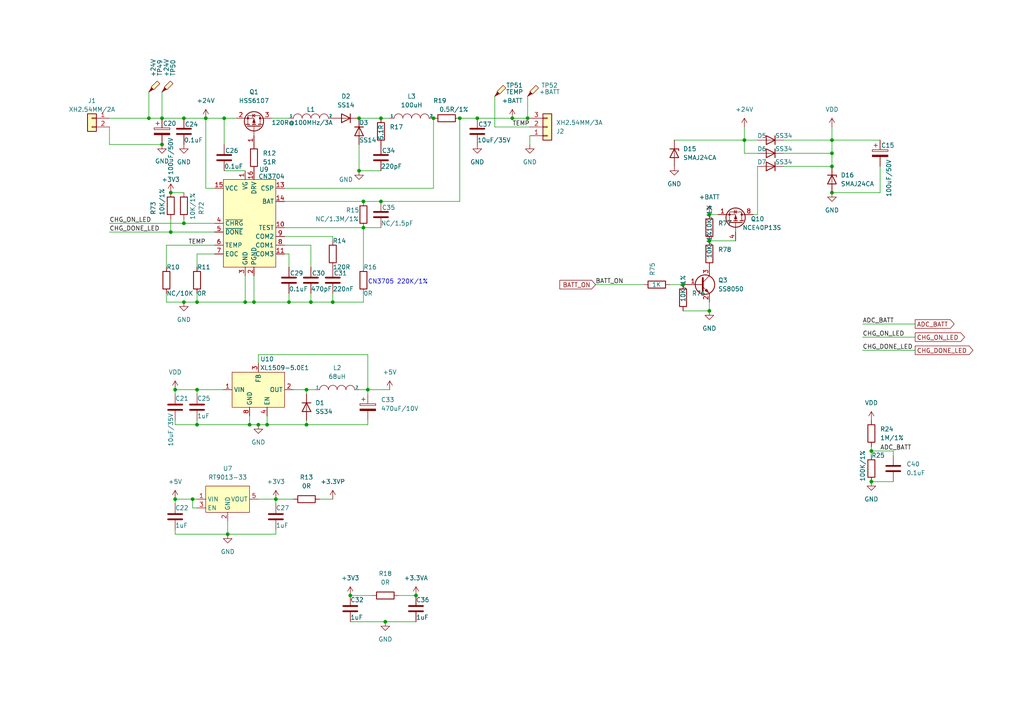
<source format=kicad_sch>
(kicad_sch (version 20230121) (generator eeschema)
  (paper "A4")
  (lib_symbols
    (symbol "Connector:TestPoint_Probe" (pin_numbers hide) (pin_names (offset 0.762) hide)
      (property "Reference" "TP" (at 1.651 5.842 0))
      (property "Value" "TestPoint_Probe" (at 1.651 4.064 0))
      (symbol "TestPoint_Probe_0_1"
        (polyline (pts (xy 1.27 0.762) (xy 0 0) (xy 0.762 1.27) (xy 1.27 0.762)) (fill (type outline)))
        (polyline (pts (xy 1.397 0.635) (xy 0.635 1.397) (xy 2.413 3.175) (xy 3.175 2.413) (xy 1.397 0.635)) (fill (type background)))
      )
      (symbol "TestPoint_Probe_1_1"
        (pin passive line (at 0 0 90) (length 0) (name "1") (number "1"))
      )
    )
    (symbol "Connector_Generic:Conn_01x02" (pin_names (offset 1.016) hide)
      (property "Reference" "J" (at 0 2.54 0))
      (property "Value" "Conn_01x02" (at 0 -5.08 0))
      (symbol "Conn_01x02_1_1"
        (rectangle (start -1.27 -2.413) (end 0 -2.667) (stroke (width 0.1524)))
        (rectangle (start -1.27 0.127) (end 0 -0.127) (stroke (width 0.1524)))
        (rectangle (start -1.27 1.27) (end 1.27 -3.81) (stroke (width 0.254)) (fill (type background)))
        (pin passive line (at -5.08 0 0) (length 3.81) (name "Pin_1") (number "1"))
        (pin passive line (at -5.08 -2.54 0) (length 3.81) (name "Pin_2") (number "2"))
      )
    )
    (symbol "Connector_Generic:Conn_01x03" (pin_names (offset 1.016) hide)
      (property "Reference" "J" (at 0 5.08 0))
      (property "Value" "Conn_01x03" (at 0 -5.08 0))
      (symbol "Conn_01x03_1_1"
        (rectangle (start -1.27 -2.413) (end 0 -2.667) (stroke (width 0.1524)))
        (rectangle (start -1.27 0.127) (end 0 -0.127) (stroke (width 0.1524)))
        (rectangle (start -1.27 2.667) (end 0 2.413) (stroke (width 0.1524)))
        (rectangle (start -1.27 3.81) (end 1.27 -3.81) (stroke (width 0.254)) (fill (type background)))
        (pin passive line (at -5.08 2.54 0) (length 3.81) (name "Pin_1") (number "1"))
        (pin passive line (at -5.08 0 0) (length 3.81) (name "Pin_2") (number "2"))
        (pin passive line (at -5.08 -2.54 0) (length 3.81) (name "Pin_3") (number "3"))
      )
    )
    (symbol "Device:C" (pin_numbers hide) (pin_names (offset 0.254))
      (property "Reference" "C" (at 0.635 2.54 0))
      (property "Value" "C" (at 0.635 -2.54 0))
      (symbol "C_0_1"
        (polyline (pts (xy -2.032 -0.762) (xy 2.032 -0.762)) (stroke (width 0.508)))
        (polyline (pts (xy -2.032 0.762) (xy 2.032 0.762)) (stroke (width 0.508)))
      )
      (symbol "C_1_1"
        (pin passive line (at 0 3.81 270) (length 2.794) (name "~") (number "1"))
        (pin passive line (at 0 -3.81 90) (length 2.794) (name "~") (number "2"))
      )
    )
    (symbol "Device:C_Polarized" (pin_numbers hide) (pin_names (offset 0.254))
      (property "Reference" "C" (at 0.635 2.54 0))
      (property "Value" "C_Polarized" (at 0.635 -2.54 0))
      (symbol "C_Polarized_0_1"
        (rectangle (start -2.286 0.508) (end 2.286 1.016))
        (polyline (pts (xy -1.778 2.286) (xy -0.762 2.286)))
        (polyline (pts (xy -1.27 2.794) (xy -1.27 1.778)))
        (rectangle (start 2.286 -0.508) (end -2.286 -1.016) (fill (type outline)))
      )
      (symbol "C_Polarized_1_1"
        (pin passive line (at 0 3.81 270) (length 2.794) (name "~") (number "1"))
        (pin passive line (at 0 -3.81 90) (length 2.794) (name "~") (number "2"))
      )
    )
    (symbol "Device:D" (pin_numbers hide) (pin_names (offset 1.016) hide)
      (property "Reference" "D" (at 0 2.54 0))
      (property "Value" "D" (at 0 -2.54 0))
      (symbol "D_0_1"
        (polyline (pts (xy -1.27 1.27) (xy -1.27 -1.27)) (stroke (width 0.254)))
        (polyline (pts (xy 1.27 0) (xy -1.27 0)))
        (polyline (pts (xy 1.27 1.27) (xy 1.27 -1.27) (xy -1.27 0) (xy 1.27 1.27)) (stroke (width 0.254)))
      )
      (symbol "D_1_1"
        (pin passive line (at -3.81 0 0) (length 2.54) (name "K") (number "1"))
        (pin passive line (at 3.81 0 180) (length 2.54) (name "A") (number "2"))
      )
    )
    (symbol "Device:D_Zener" (pin_numbers hide) (pin_names (offset 1.016) hide)
      (property "Reference" "D" (at 0 2.54 0))
      (property "Value" "D_Zener" (at 0 -2.54 0))
      (symbol "D_Zener_0_1"
        (polyline (pts (xy 1.27 0) (xy -1.27 0)))
        (polyline (pts (xy -1.27 -1.27) (xy -1.27 1.27) (xy -0.762 1.27)) (stroke (width 0.254)))
        (polyline (pts (xy 1.27 -1.27) (xy 1.27 1.27) (xy -1.27 0) (xy 1.27 -1.27)) (stroke (width 0.254)))
      )
      (symbol "D_Zener_1_1"
        (pin passive line (at -3.81 0 0) (length 2.54) (name "K") (number "1"))
        (pin passive line (at 3.81 0 180) (length 2.54) (name "A") (number "2"))
      )
    )
    (symbol "Device:Q_NPN_BEC" (pin_names (offset 0) hide)
      (property "Reference" "Q" (at 5.08 1.27 0))
      (property "Value" "Q_NPN_BEC" (at 5.08 -1.27 0))
      (symbol "Q_NPN_BEC_0_1"
        (polyline (pts (xy 0.635 0.635) (xy 2.54 2.54)))
        (polyline (pts (xy 0.635 -0.635) (xy 2.54 -2.54) (xy 2.54 -2.54)))
        (polyline (pts (xy 0.635 1.905) (xy 0.635 -1.905) (xy 0.635 -1.905)) (stroke (width 0.508)))
        (polyline (pts (xy 1.27 -1.778) (xy 1.778 -1.27) (xy 2.286 -2.286) (xy 1.27 -1.778) (xy 1.27 -1.778)) (fill (type outline)))
        (circle (center 1.27 0) (radius 2.8194) (stroke (width 0.254)))
      )
      (symbol "Q_NPN_BEC_1_1"
        (pin input line (at -5.08 0 0) (length 5.715) (name "B") (number "1"))
        (pin passive line (at 2.54 -5.08 90) (length 2.54) (name "E") (number "2"))
        (pin passive line (at 2.54 5.08 270) (length 2.54) (name "C") (number "3"))
      )
    )
    (symbol "Device:Q_PMOS_GSD" (pin_names (offset 0) hide)
      (property "Reference" "Q" (at 5.08 1.27 0))
      (property "Value" "Q_PMOS_GSD" (at 5.08 -1.27 0))
      (symbol "Q_PMOS_GSD_0_1"
        (polyline (pts (xy 0.254 0) (xy -2.54 0)))
        (polyline (pts (xy 0.254 1.905) (xy 0.254 -1.905)) (stroke (width 0.254)))
        (polyline (pts (xy 0.762 -1.27) (xy 0.762 -2.286)) (stroke (width 0.254)))
        (polyline (pts (xy 0.762 0.508) (xy 0.762 -0.508)) (stroke (width 0.254)))
        (polyline (pts (xy 0.762 2.286) (xy 0.762 1.27)) (stroke (width 0.254)))
        (polyline (pts (xy 2.54 2.54) (xy 2.54 1.778)))
        (polyline (pts (xy 2.54 -2.54) (xy 2.54 0) (xy 0.762 0)))
        (polyline (pts (xy 0.762 1.778) (xy 3.302 1.778) (xy 3.302 -1.778) (xy 0.762 -1.778)))
        (polyline (pts (xy 2.286 0) (xy 1.27 0.381) (xy 1.27 -0.381) (xy 2.286 0)) (fill (type outline)))
        (polyline (pts (xy 2.794 -0.508) (xy 2.921 -0.381) (xy 3.683 -0.381) (xy 3.81 -0.254)))
        (polyline (pts (xy 3.302 -0.381) (xy 2.921 0.254) (xy 3.683 0.254) (xy 3.302 -0.381)))
        (circle (center 1.651 0) (radius 2.794) (stroke (width 0.254)))
        (circle (center 2.54 -1.778) (radius 0.254) (fill (type outline)))
        (circle (center 2.54 1.778) (radius 0.254) (fill (type outline)))
      )
      (symbol "Q_PMOS_GSD_1_1"
        (pin input line (at -5.08 0 0) (length 2.54) (name "G") (number "1"))
        (pin passive line (at 2.54 -5.08 90) (length 2.54) (name "S") (number "2"))
        (pin passive line (at 2.54 5.08 270) (length 2.54) (name "D") (number "3"))
      )
    )
    (symbol "Device:R" (pin_numbers hide) (pin_names (offset 0))
      (property "Reference" "R" (at 2.032 0 90))
      (property "Value" "R" (at 0 0 90))
      (symbol "R_0_1"
        (rectangle (start -1.016 -2.54) (end 1.016 2.54) (stroke (width 0.254)))
      )
      (symbol "R_1_1"
        (pin passive line (at 0 3.81 270) (length 1.27) (name "~") (number "1"))
        (pin passive line (at 0 -3.81 90) (length 1.27) (name "~") (number "2"))
      )
    )
    (symbol "Ovo_Power_Management:CN3704"
      (property "Reference" "U" (at -6.35 13.97 0))
      (property "Value" "CN3704" (at -8.89 -15.24 0))
      (symbol "CN3704_0_1"
        (rectangle (start -7.62 12.7) (end 7.62 -12.7) (fill (type background)))
      )
      (symbol "CN3704_1_1"
        (pin power_out line (at -1.27 15.24 270) (length 2.54) (name "VG") (number "1"))
        (pin passive line (at 10.16 -1.27 180) (length 2.54) (name "TEST") (number "10"))
        (pin passive line (at 10.16 -8.89 180) (length 2.54) (name "COM3") (number "11"))
        (pin no_connect line (at 10.16 1.27 180) (length 2.54) hide (name "NC") (number "12"))
        (pin input line (at 10.16 10.16 180) (length 2.54) (name "CSP") (number "13"))
        (pin input line (at 10.16 6.35 180) (length 2.54) (name "BAT") (number "14"))
        (pin power_in line (at -10.16 10.16 0) (length 2.54) (name "VCC") (number "15"))
        (pin output line (at 1.27 15.24 270) (length 2.54) (name "DRV") (number "16"))
        (pin power_in line (at 1.27 -15.24 90) (length 2.54) (name "PGND") (number "2"))
        (pin power_in line (at -1.27 -15.24 90) (length 2.54) (name "GND") (number "3"))
        (pin output line (at -10.16 0 0) (length 2.54) (name "~{CHRG}") (number "4"))
        (pin output line (at -10.16 -2.54 0) (length 2.54) (name "~{DONE}") (number "5"))
        (pin input line (at -10.16 -6.35 0) (length 2.54) (name "TEMP") (number "6"))
        (pin input line (at -10.16 -8.89 0) (length 2.54) (name "EOC") (number "7"))
        (pin passive line (at 10.16 -6.35 180) (length 2.54) (name "COM1") (number "8"))
        (pin passive line (at 10.16 -3.81 180) (length 2.54) (name "COM2") (number "9"))
      )
    )
    (symbol "Ovo_Power_Management:RT9013-xx"
      (property "Reference" "U" (at 0 8.89 0))
      (property "Value" "RT9013-xx" (at 1.27 -10.16 0))
      (symbol "RT9013-xx_0_1"
        (rectangle (start -6.35 3.81) (end 6.35 -3.81) (fill (type background)))
      )
      (symbol "RT9013-xx_1_1"
        (pin power_in line (at -8.89 0 0) (length 2.54) (name "VIN") (number "1"))
        (pin power_in line (at 0 -6.35 90) (length 2.54) (name "GND") (number "2"))
        (pin input line (at -8.89 -2.54 0) (length 2.54) (name "EN") (number "3"))
        (pin passive line (at 8.89 -2.54 180) (length 2.54) hide (name "NC") (number "4"))
        (pin power_out line (at 8.89 0 180) (length 2.54) (name "VOUT") (number "5"))
      )
    )
    (symbol "Ovo_Power_Management:XL1509-xxE1"
      (property "Reference" "U" (at -5.08 6.35 0))
      (property "Value" "XL1509-xxE1" (at 7.62 6.35 0))
      (symbol "XL1509-xxE1_0_1"
        (rectangle (start -7.62 5.08) (end 7.62 -5.08) (fill (type background)))
      )
      (symbol "XL1509-xxE1_1_1"
        (pin power_in line (at -10.16 0 0) (length 2.54) (name "VIN") (number "1"))
        (pin power_out line (at 10.16 0 180) (length 2.54) (name "OUT") (number "2"))
        (pin input line (at 0 7.62 270) (length 2.54) (name "FB") (number "3"))
        (pin input line (at 2.54 -7.62 90) (length 2.54) (name "EN") (number "4"))
        (pin power_in line (at -2.54 -7.62 90) (length 2.54) hide (name "GND") (number "5"))
        (pin power_in line (at -2.54 -7.62 90) (length 2.54) hide (name "GND") (number "6"))
        (pin power_in line (at -2.54 -7.62 90) (length 2.54) hide (name "GND") (number "7"))
        (pin power_in line (at -2.54 -7.62 90) (length 2.54) (name "GND") (number "8"))
      )
    )
    (symbol "Transistor_FET:FDS9435A" (pin_names hide)
      (property "Reference" "Q" (at 5.08 1.905 0))
      (property "Value" "FDS9435A" (at 5.08 0 0))
      (symbol "FDS9435A_0_1"
        (polyline (pts (xy 0.254 0) (xy -2.54 0)))
        (polyline (pts (xy 0.254 1.905) (xy 0.254 -1.905)) (stroke (width 0.254)))
        (polyline (pts (xy 0.762 -1.27) (xy 0.762 -2.286)) (stroke (width 0.254)))
        (polyline (pts (xy 0.762 0.508) (xy 0.762 -0.508)) (stroke (width 0.254)))
        (polyline (pts (xy 0.762 2.286) (xy 0.762 1.27)) (stroke (width 0.254)))
        (polyline (pts (xy 2.54 2.54) (xy 2.54 1.778)))
        (polyline (pts (xy 2.54 -2.54) (xy 2.54 0) (xy 0.762 0)))
        (polyline (pts (xy 0.762 1.778) (xy 3.302 1.778) (xy 3.302 -1.778) (xy 0.762 -1.778)))
        (polyline (pts (xy 2.286 0) (xy 1.27 0.381) (xy 1.27 -0.381) (xy 2.286 0)) (fill (type outline)))
        (polyline (pts (xy 2.794 -0.508) (xy 2.921 -0.381) (xy 3.683 -0.381) (xy 3.81 -0.254)))
        (polyline (pts (xy 3.302 -0.381) (xy 2.921 0.254) (xy 3.683 0.254) (xy 3.302 -0.381)))
        (circle (center 1.651 0) (radius 2.794) (stroke (width 0.254)))
        (circle (center 2.54 -1.778) (radius 0.254) (fill (type outline)))
        (circle (center 2.54 1.778) (radius 0.254) (fill (type outline)))
      )
      (symbol "FDS9435A_1_1"
        (pin passive line (at 2.54 -5.08 90) (length 2.54) (name "S") (number "1"))
        (pin passive line (at 2.54 -5.08 90) (length 2.54) hide (name "S") (number "2"))
        (pin passive line (at 2.54 -5.08 90) (length 2.54) hide (name "S") (number "3"))
        (pin passive line (at -5.08 0 0) (length 2.54) (name "G") (number "4"))
        (pin passive line (at 2.54 5.08 270) (length 2.54) hide (name "D") (number "5"))
        (pin passive line (at 2.54 5.08 270) (length 2.54) hide (name "D") (number "6"))
        (pin passive line (at 2.54 5.08 270) (length 2.54) hide (name "D") (number "7"))
        (pin passive line (at 2.54 5.08 270) (length 2.54) (name "D") (number "8"))
      )
    )
    (symbol "power:+24V" (power) (pin_names (offset 0))
      (property "Value" "+24V" (at 0 3.556 0))
      (symbol "+24V_0_1"
        (polyline (pts (xy -0.762 1.27) (xy 0 2.54)))
        (polyline (pts (xy 0 0) (xy 0 2.54)))
        (polyline (pts (xy 0 2.54) (xy 0.762 1.27)))
      )
      (symbol "+24V_1_1"
        (pin power_in line (at 0 0 90) (length 0) hide (name "+24V") (number "1"))
      )
    )
    (symbol "power:+3.3VA" (power) (pin_names (offset 0))
      (property "Value" "+3.3VA" (at 0 3.556 0))
      (symbol "+3.3VA_0_1"
        (polyline (pts (xy -0.762 1.27) (xy 0 2.54)))
        (polyline (pts (xy 0 0) (xy 0 2.54)))
        (polyline (pts (xy 0 2.54) (xy 0.762 1.27)))
      )
      (symbol "+3.3VA_1_1"
        (pin power_in line (at 0 0 90) (length 0) hide (name "+3.3VA") (number "1"))
      )
    )
    (symbol "power:+3.3VP" (power) (pin_names (offset 0))
      (property "Value" "+3.3VP" (at 0 2.54 0))
      (symbol "+3.3VP_0_0"
        (pin power_in line (at 0 0 90) (length 0) hide (name "+3.3VP") (number "1"))
      )
      (symbol "+3.3VP_0_1"
        (polyline (pts (xy -0.762 1.27) (xy 0 2.54)))
        (polyline (pts (xy 0 0) (xy 0 2.54)))
        (polyline (pts (xy 0 2.54) (xy 0.762 1.27)))
      )
    )
    (symbol "power:+3V3" (power) (pin_names (offset 0))
      (property "Value" "+3V3" (at 0 3.556 0))
      (symbol "+3V3_0_1"
        (polyline (pts (xy -0.762 1.27) (xy 0 2.54)))
        (polyline (pts (xy 0 0) (xy 0 2.54)))
        (polyline (pts (xy 0 2.54) (xy 0.762 1.27)))
      )
      (symbol "+3V3_1_1"
        (pin power_in line (at 0 0 90) (length 0) hide (name "+3V3") (number "1"))
      )
    )
    (symbol "power:+5V" (power) (pin_names (offset 0))
      (property "Value" "+5V" (at 0 3.556 0))
      (symbol "+5V_0_1"
        (polyline (pts (xy -0.762 1.27) (xy 0 2.54)))
        (polyline (pts (xy 0 0) (xy 0 2.54)))
        (polyline (pts (xy 0 2.54) (xy 0.762 1.27)))
      )
      (symbol "+5V_1_1"
        (pin power_in line (at 0 0 90) (length 0) hide (name "+5V") (number "1"))
      )
    )
    (symbol "power:+BATT" (power) (pin_names (offset 0))
      (property "Value" "+BATT" (at 0 3.556 0))
      (symbol "+BATT_0_1"
        (polyline (pts (xy -0.762 1.27) (xy 0 2.54)))
        (polyline (pts (xy 0 0) (xy 0 2.54)))
        (polyline (pts (xy 0 2.54) (xy 0.762 1.27)))
      )
      (symbol "+BATT_1_1"
        (pin power_in line (at 0 0 90) (length 0) hide (name "+BATT") (number "1"))
      )
    )
    (symbol "power:GND" (power) (pin_names (offset 0))
      (property "Value" "GND" (at 0 -3.81 0))
      (symbol "GND_0_1"
        (polyline (pts (xy 0 0) (xy 0 -1.27) (xy 1.27 -1.27) (xy 0 -2.54) (xy -1.27 -1.27) (xy 0 -1.27)))
      )
      (symbol "GND_1_1"
        (pin power_in line (at 0 0 270) (length 0) hide (name "GND") (number "1"))
      )
    )
    (symbol "power:VDD" (power) (pin_names (offset 0))
      (property "Value" "VDD" (at 0 3.81 0))
      (symbol "VDD_0_1"
        (polyline (pts (xy -0.762 1.27) (xy 0 2.54)))
        (polyline (pts (xy 0 0) (xy 0 2.54)))
        (polyline (pts (xy 0 2.54) (xy 0.762 1.27)))
      )
      (symbol "VDD_1_1"
        (pin power_in line (at 0 0 90) (length 0) hide (name "VDD") (number "1"))
      )
    )
    (symbol "pspice:INDUCTOR" (pin_numbers hide) (pin_names (offset 0))
      (property "Reference" "L" (at 0 2.54 0))
      (property "Value" "INDUCTOR" (at 0 -1.27 0))
      (symbol "INDUCTOR_0_1"
        (arc (start -2.54 0) (mid -3.81 1.2645) (end -5.08 0))
        (arc (start 0 0) (mid -1.27 1.2645) (end -2.54 0))
        (arc (start 2.54 0) (mid 1.27 1.2645) (end 0 0))
        (arc (start 5.08 0) (mid 3.81 1.2645) (end 2.54 0))
      )
      (symbol "INDUCTOR_1_1"
        (pin input line (at -6.35 0 0) (length 1.27) (name "1") (number "1"))
        (pin input line (at 6.35 0 180) (length 1.27) (name "2") (number "2"))
      )
    )
  )
  (junction (at 241.3 44.45))
  (junction (at 241.3 48.26))
  (junction (at 133.35 34.29))
  (junction (at 55.88 144.78))
  (junction (at 57.15 123.19))
  (junction (at 53.34 87.63))
  (junction (at 53.34 64.77))
  (junction (at 57.15 113.03))
  (junction (at 241.3 40.64))
  (junction (at 53.34 34.29))
  (junction (at 198.12 82.55))
  (junction (at 205.74 90.17))
  (junction (at 57.15 87.63))
  (junction (at 111.76 180.34))
  (junction (at 46.99 34.29))
  (junction (at 205.74 62.23))
  (junction (at 74.93 123.19))
  (junction (at 205.74 69.85))
  (junction (at 72.39 123.19))
  (junction (at 83.82 87.63))
  (junction (at 66.04 154.94))
  (junction (at 105.41 66.04))
  (junction (at 101.6 172.72))
  (junction (at 88.9 113.03))
  (junction (at 77.47 123.19))
  (junction (at 50.8 144.78))
  (junction (at 120.65 172.72))
  (junction (at 59.69 34.29))
  (junction (at 46.99 41.91))
  (junction (at 49.53 55.88))
  (junction (at 215.9 40.64))
  (junction (at 104.14 49.53))
  (junction (at 65.024 34.29))
  (junction (at 80.01 144.78))
  (junction (at 110.49 58.42))
  (junction (at 71.12 87.63))
  (junction (at 104.14 34.29))
  (junction (at 252.73 139.7))
  (junction (at 148.59 34.29))
  (junction (at 106.68 113.03))
  (junction (at 50.8 113.03))
  (junction (at 241.3 55.88))
  (junction (at 88.9 123.19))
  (junction (at 96.52 87.63))
  (junction (at 73.66 87.63))
  (junction (at 43.18 34.29))
  (junction (at 153.035 34.29))
  (junction (at 90.17 87.63))
  (junction (at 252.73 130.81))
  (junction (at 49.53 67.31))
  (junction (at 125.73 34.29))
  (junction (at 110.49 34.29))
  (junction (at 138.43 34.29))
  (junction (at 105.41 58.42))
  (wire (pts (xy 77.47 123.19) (xy 88.9 123.19)))
  (wire (pts (xy 215.9 40.64) (xy 219.71 40.64)))
  (wire (pts (xy 57.15 123.19) (xy 57.15 121.92)))
  (wire (pts (xy 105.41 66.04) (xy 105.41 77.47)))
  (wire (pts (xy 252.73 139.7) (xy 259.08 139.7)))
  (wire (pts (xy 252.73 130.81) (xy 259.08 130.81)))
  (wire (pts (xy 31.75 41.91) (xy 46.99 41.91)))
  (wire (pts (xy 57.15 77.47) (xy 57.15 73.66)))
  (wire (pts (xy 227.33 48.26) (xy 241.3 48.26)))
  (wire (pts (xy 215.9 36.83) (xy 215.9 40.64)))
  (wire (pts (xy 74.93 102.87) (xy 106.68 102.87)))
  (wire (pts (xy 259.08 132.08) (xy 259.08 130.81)))
  (wire (pts (xy 198.12 90.17) (xy 205.74 90.17)))
  (wire (pts (xy 227.33 40.64) (xy 241.3 40.64)))
  (wire (pts (xy 104.14 49.53) (xy 104.14 41.91)))
  (wire (pts (xy 73.66 80.01) (xy 73.66 87.63)))
  (wire (pts (xy 74.93 123.19) (xy 77.47 123.19)))
  (wire (pts (xy 82.55 66.04) (xy 105.41 66.04)))
  (wire (pts (xy 92.71 144.78) (xy 96.52 144.78)))
  (wire (pts (xy 72.39 123.19) (xy 74.93 123.19)))
  (wire (pts (xy 49.53 63.5) (xy 49.53 67.31)))
  (wire (pts (xy 105.41 66.04) (xy 110.49 66.04)))
  (wire (pts (xy 227.33 44.45) (xy 241.3 44.45)))
  (wire (pts (xy 48.26 77.47) (xy 48.26 71.12)))
  (wire (pts (xy 241.3 44.45) (xy 241.3 40.64)))
  (wire (pts (xy 96.52 87.63) (xy 96.52 85.09)))
  (wire (pts (xy 53.34 64.77) (xy 62.23 64.77)))
  (wire (pts (xy 77.47 120.65) (xy 77.47 123.19)))
  (wire (pts (xy 83.82 77.47) (xy 83.82 73.66)))
  (wire (pts (xy 88.9 123.19) (xy 106.68 123.19)))
  (wire (pts (xy 59.69 34.29) (xy 59.69 54.61)))
  (wire (pts (xy 74.93 144.78) (xy 80.01 144.78)))
  (wire (pts (xy 53.34 87.63) (xy 57.15 87.63)))
  (wire (pts (xy 50.8 123.19) (xy 50.8 121.92)))
  (wire (pts (xy 250.19 101.6) (xy 265.43 101.6)))
  (wire (pts (xy 65.024 34.29) (xy 68.58 34.29)))
  (wire (pts (xy 133.35 34.29) (xy 138.43 34.29)))
  (wire (pts (xy 106.68 123.19) (xy 106.68 121.92)))
  (wire (pts (xy 57.15 123.19) (xy 72.39 123.19)))
  (wire (pts (xy 53.34 63.5) (xy 53.34 64.77)))
  (wire (pts (xy 205.74 62.23) (xy 208.28 62.23)))
  (wire (pts (xy 66.04 154.94) (xy 80.01 154.94)))
  (wire (pts (xy 101.6 180.34) (xy 111.76 180.34)))
  (wire (pts (xy 50.8 153.67) (xy 50.8 154.94)))
  (wire (pts (xy 219.71 62.23) (xy 219.71 48.26)))
  (wire (pts (xy 50.8 146.05) (xy 50.8 144.78)))
  (wire (pts (xy 241.3 40.64) (xy 241.3 36.83)))
  (wire (pts (xy 90.17 87.63) (xy 96.52 87.63)))
  (wire (pts (xy 101.6 172.72) (xy 107.95 172.72)))
  (wire (pts (xy 43.18 34.29) (xy 46.99 34.29)))
  (wire (pts (xy 72.39 120.65) (xy 72.39 123.19)))
  (wire (pts (xy 65.024 41.91) (xy 65.024 34.29)))
  (wire (pts (xy 143.51 27.94) (xy 143.51 36.83)))
  (wire (pts (xy 255.27 55.88) (xy 241.3 55.88)))
  (wire (pts (xy 74.93 105.41) (xy 74.93 102.87)))
  (wire (pts (xy 153.67 41.91) (xy 153.67 39.37)))
  (wire (pts (xy 172.72 82.55) (xy 186.69 82.55)))
  (wire (pts (xy 48.26 85.09) (xy 48.26 87.63)))
  (wire (pts (xy 138.43 34.29) (xy 148.59 34.29)))
  (wire (pts (xy 153.035 27.94) (xy 153.035 34.29)))
  (wire (pts (xy 106.68 102.87) (xy 106.68 113.03)))
  (wire (pts (xy 90.17 77.47) (xy 90.17 71.12)))
  (wire (pts (xy 83.82 87.63) (xy 83.82 85.09)))
  (wire (pts (xy 215.9 44.45) (xy 219.71 44.45)))
  (wire (pts (xy 73.66 87.63) (xy 83.82 87.63)))
  (wire (pts (xy 194.31 82.55) (xy 198.12 82.55)))
  (wire (pts (xy 49.53 67.31) (xy 62.23 67.31)))
  (wire (pts (xy 113.03 34.29) (xy 110.49 34.29)))
  (wire (pts (xy 50.8 113.03) (xy 57.15 113.03)))
  (wire (pts (xy 65.024 49.53) (xy 71.12 49.53)))
  (wire (pts (xy 143.51 36.83) (xy 153.67 36.83)))
  (wire (pts (xy 48.26 87.63) (xy 53.34 87.63)))
  (wire (pts (xy 80.01 144.78) (xy 85.09 144.78)))
  (wire (pts (xy 125.73 54.61) (xy 125.73 34.29)))
  (wire (pts (xy 31.75 41.91) (xy 31.75 36.83)))
  (wire (pts (xy 91.44 113.03) (xy 88.9 113.03)))
  (wire (pts (xy 82.55 54.61) (xy 125.73 54.61)))
  (wire (pts (xy 218.44 62.23) (xy 219.71 62.23)))
  (wire (pts (xy 59.69 34.29) (xy 65.024 34.29)))
  (wire (pts (xy 73.66 87.63) (xy 71.12 87.63)))
  (wire (pts (xy 250.19 97.79) (xy 265.43 97.79)))
  (wire (pts (xy 88.9 114.3) (xy 88.9 113.03)))
  (wire (pts (xy 104.14 49.53) (xy 110.49 49.53)))
  (wire (pts (xy 31.75 64.77) (xy 53.34 64.77)))
  (wire (pts (xy 50.8 114.3) (xy 50.8 113.03)))
  (wire (pts (xy 133.35 58.42) (xy 133.35 34.29)))
  (wire (pts (xy 241.3 48.26) (xy 241.3 44.45)))
  (wire (pts (xy 110.49 34.29) (xy 104.14 34.29)))
  (wire (pts (xy 48.26 71.12) (xy 62.23 71.12)))
  (wire (pts (xy 106.68 113.03) (xy 104.14 113.03)))
  (wire (pts (xy 115.57 172.72) (xy 120.65 172.72)))
  (wire (pts (xy 80.01 154.94) (xy 80.01 153.67)))
  (wire (pts (xy 255.27 48.26) (xy 255.27 55.88)))
  (wire (pts (xy 78.74 34.29) (xy 83.82 34.29)))
  (wire (pts (xy 46.99 26.67) (xy 46.99 34.29)))
  (wire (pts (xy 57.15 87.63) (xy 71.12 87.63)))
  (wire (pts (xy 195.58 40.64) (xy 215.9 40.64)))
  (wire (pts (xy 71.12 87.63) (xy 71.12 80.01)))
  (wire (pts (xy 55.88 144.78) (xy 57.15 144.78)))
  (wire (pts (xy 57.15 113.03) (xy 64.77 113.03)))
  (wire (pts (xy 31.75 67.31) (xy 49.53 67.31)))
  (wire (pts (xy 215.9 40.64) (xy 215.9 44.45)))
  (wire (pts (xy 106.68 114.3) (xy 106.68 113.03)))
  (wire (pts (xy 50.8 123.19) (xy 57.15 123.19)))
  (wire (pts (xy 46.99 34.29) (xy 53.34 34.29)))
  (wire (pts (xy 57.15 87.63) (xy 57.15 85.09)))
  (wire (pts (xy 50.8 154.94) (xy 66.04 154.94)))
  (wire (pts (xy 83.82 73.66) (xy 82.55 73.66)))
  (wire (pts (xy 43.18 26.67) (xy 43.18 34.29)))
  (wire (pts (xy 105.41 87.63) (xy 96.52 87.63)))
  (wire (pts (xy 50.8 144.78) (xy 55.88 144.78)))
  (wire (pts (xy 105.41 58.42) (xy 110.49 58.42)))
  (wire (pts (xy 53.34 34.29) (xy 59.69 34.29)))
  (wire (pts (xy 80.01 144.78) (xy 80.01 146.05)))
  (wire (pts (xy 205.74 90.17) (xy 205.74 87.63)))
  (wire (pts (xy 49.53 55.88) (xy 53.34 55.88)))
  (wire (pts (xy 66.04 151.13) (xy 66.04 154.94)))
  (wire (pts (xy 111.76 180.34) (xy 120.65 180.34)))
  (wire (pts (xy 88.9 123.19) (xy 88.9 121.92)))
  (wire (pts (xy 113.03 113.03) (xy 106.68 113.03)))
  (wire (pts (xy 205.74 69.85) (xy 213.36 69.85)))
  (wire (pts (xy 252.73 129.54) (xy 252.73 130.81)))
  (wire (pts (xy 55.88 147.32) (xy 55.88 144.78)))
  (wire (pts (xy 83.82 87.63) (xy 90.17 87.63)))
  (wire (pts (xy 148.59 34.29) (xy 153.035 34.29)))
  (wire (pts (xy 57.15 73.66) (xy 62.23 73.66)))
  (wire (pts (xy 31.75 34.29) (xy 43.18 34.29)))
  (wire (pts (xy 57.15 147.32) (xy 55.88 147.32)))
  (wire (pts (xy 105.41 85.09) (xy 105.41 87.63)))
  (wire (pts (xy 110.49 58.42) (xy 133.35 58.42)))
  (wire (pts (xy 250.19 93.98) (xy 265.43 93.98)))
  (wire (pts (xy 85.09 113.03) (xy 88.9 113.03)))
  (wire (pts (xy 252.73 130.81) (xy 252.73 132.08)))
  (wire (pts (xy 62.23 54.61) (xy 59.69 54.61)))
  (wire (pts (xy 96.52 69.85) (xy 96.52 68.58)))
  (wire (pts (xy 153.035 34.29) (xy 153.67 34.29)))
  (wire (pts (xy 57.15 113.03) (xy 57.15 114.3)))
  (wire (pts (xy 82.55 58.42) (xy 105.41 58.42)))
  (wire (pts (xy 90.17 87.63) (xy 90.17 85.09)))
  (wire (pts (xy 82.55 68.58) (xy 96.52 68.58)))
  (wire (pts (xy 241.3 40.64) (xy 255.27 40.64)))
  (wire (pts (xy 90.17 71.12) (xy 82.55 71.12)))
  (text "CN3705 220K/1%" (at 106.68 82.55 0) (effects (font (size 1.27 1.27)) (justify left bottom)))
  (label "CHG_DONE_LED" (at 31.75 67.31 0))
  (label "CHG_ON_LED" (at 31.75 64.77 0))
  (label "CHG_ON_LED" (at 250.19 97.79 0))
  (label "TEMP" (at 54.61 71.12 0))
  (label "CHG_DONE_LED" (at 250.19 101.6 0))
  (label "BATT_ON" (at 172.72 82.55 0))
  (label "TEMP" (at 148.59 36.83 0))
  (label "ADC_BATT" (at 255.27 130.81 0))
  (label "ADC_BATT" (at 250.19 93.98 0))
  (global_label "ADC_BATT" (shape output) (at 265.43 93.98 0) (property "Intersheetrefs" "${INTERSHEET_REFS}" (effects hide)))
  (global_label "CHG_ON_LED" (shape output) (at 265.43 97.79 0) (property "Intersheetrefs" "${INTERSHEET_REFS}" (effects hide)))
  (global_label "CHG_DONE_LED" (shape output) (at 265.43 101.6 0) (property "Intersheetrefs" "${INTERSHEET_REFS}" (effects hide)))
  (global_label "BATT_ON" (shape input) (at 172.72 82.55 180) (property "Intersheetrefs" "${INTERSHEET_REFS}" (effects hide)))
  (symbol (lib_id "power:GND") (at 153.67 41.91 0) (unit 1)
    (property "Reference" "#PWR0152" (effects hide))
    (property "Value" "GND" (at 153.67 46.99 0))
  )
  (symbol (lib_id "Device:R") (at 48.26 81.28 0) (unit 1)
    (property "Reference" "R10" (at 48.26 77.47 0) (effects (justify left)))
    (property "Value" "NC/10K" (at 48.26 85.09 0) (effects (justify left)))
    (property "Footprint" "Resistor_SMD:R_0603_1608Metric" (effects hide))
  )
  (symbol (lib_id "Device:R") (at 105.41 62.23 0) (unit 1)
    (property "Reference" "R15" (at 100.33 60.96 0) (effects (justify left)))
    (property "Value" "NC/1.3M/1%" (at 91.44 63.5 0) (effects (justify left)))
    (property "Footprint" "Resistor_SMD:R_0603_1608Metric" (effects hide))
  )
  (symbol (lib_id "Connector:TestPoint_Probe") (at 46.99 26.67 0) (unit 1)
    (property "Reference" "TP50" (at 50.165 19.685 90))
    (property "Value" "+24V" (at 48.26 19.685 90))
    (property "Footprint" "TestPoint:TestPoint_Pad_D1.0mm" (effects hide))
  )
  (symbol (lib_id "Device:R") (at 73.66 45.72 0) (unit 1)
    (property "Reference" "R12" (at 76.2 44.4499 0) (effects (justify left)))
    (property "Value" "51R" (at 76.2 46.9899 0) (effects (justify left)))
    (property "Footprint" "Resistor_SMD:R_0603_1608Metric" (effects hide))
  )
  (symbol (lib_id "Device:C") (at 138.43 38.1 0) (unit 1)
    (property "Reference" "C37" (at 138.684 36.068 0) (effects (justify left)))
    (property "Value" "10uF/35V" (at 138.43 40.64 0) (effects (justify left)))
    (property "Footprint" "Capacitor_SMD:C_0805_2012Metric" (effects hide))
  )
  (symbol (lib_id "power:VDD") (at 241.3 36.83 0) (unit 1)
    (property "Reference" "#PWR0157" (effects hide))
    (property "Value" "VDD" (at 241.3 31.75 0))
  )
  (symbol (lib_id "Device:R") (at 190.5 82.55 270) (unit 1)
    (property "Reference" "R75" (at 189.2299 80.01 0) (effects (justify right)))
    (property "Value" "1K" (at 191.77 82.55 90) (effects (justify right)))
    (property "Footprint" "Resistor_SMD:R_0603_1608Metric" (effects hide))
  )
  (symbol (lib_id "Device:C_Polarized") (at 46.99 38.1 0) (unit 1)
    (property "Reference" "C20" (at 47.244 35.814 0) (effects (justify left)))
    (property "Value" "100uF/50V" (at 49.53 50.8 90) (effects (justify left)))
    (property "Footprint" "Capacitor_SMD:CP_Elec_6.3x7.7" (effects hide))
  )
  (symbol (lib_id "power:GND") (at 53.34 41.91 0) (unit 1)
    (property "Reference" "#PWR0137" (effects hide))
    (property "Value" "GND" (at 53.34 46.99 0))
  )
  (symbol (lib_id "power:+24V") (at 215.9 36.83 0) (unit 1)
    (property "Reference" "#PWR0162" (effects hide))
    (property "Value" "+24V" (at 215.9 31.75 0))
  )
  (symbol (lib_id "Device:C") (at 80.01 149.86 0) (unit 1)
    (property "Reference" "C27" (at 80.01 147.32 0) (effects (justify left)))
    (property "Value" "1uF" (at 80.01 152.4 0) (effects (justify left)))
    (property "Footprint" "Capacitor_SMD:C_0603_1608Metric" (effects hide))
  )
  (symbol (lib_id "Device:C") (at 120.65 176.53 0) (unit 1)
    (property "Reference" "C36" (at 120.65 173.99 0) (effects (justify left)))
    (property "Value" "1uF" (at 120.65 179.07 0) (effects (justify left)))
    (property "Footprint" "Capacitor_SMD:C_0603_1608Metric" (effects hide))
  )
  (symbol (lib_id "Device:C") (at 65.024 45.72 0) (unit 1)
    (property "Reference" "C26" (at 65.278 43.688 0) (effects (justify left)))
    (property "Value" "0.1uF" (at 65.024 48.26 0) (effects (justify left)))
    (property "Footprint" "Capacitor_SMD:C_0603_1608Metric" (effects hide))
  )
  (symbol (lib_id "Connector:TestPoint_Probe") (at 43.18 26.67 0) (unit 1)
    (property "Reference" "TP49" (at 46.355 19.685 90))
    (property "Value" "+24V" (at 44.45 19.685 90))
    (property "Footprint" "TestPoint:TestPoint_Pad_D1.0mm" (effects hide))
  )
  (symbol (lib_id "Device:C") (at 83.82 81.28 0) (unit 1)
    (property "Reference" "C29" (at 84.074 79.248 0) (effects (justify left)))
    (property "Value" "0.1uF" (at 83.82 83.82 0) (effects (justify left)))
    (property "Footprint" "Capacitor_SMD:C_0603_1608Metric" (effects hide))
  )
  (symbol (lib_id "Device:C") (at 96.52 81.28 0) (unit 1)
    (property "Reference" "C31" (at 96.774 79.248 0) (effects (justify left)))
    (property "Value" "220nF" (at 96.52 83.82 0) (effects (justify left)))
    (property "Footprint" "Capacitor_SMD:C_0603_1608Metric" (effects hide))
  )
  (symbol (lib_id "Device:C") (at 90.17 81.28 0) (unit 1)
    (property "Reference" "C30" (at 90.424 79.248 0) (effects (justify left)))
    (property "Value" "470pF" (at 90.17 83.82 0) (effects (justify left)))
    (property "Footprint" "Capacitor_SMD:C_0603_1608Metric" (effects hide))
  )
  (symbol (lib_id "Device:D") (at 223.52 44.45 180) (unit 1)
    (property "Reference" "D6" (at 220.98 43.18 0))
    (property "Value" "SS34" (at 227.33 43.18 0))
    (property "Footprint" "Diode_SMD:D_SMA" (effects hide))
  )
  (symbol (lib_id "power:GND") (at 111.76 180.34 0) (unit 1)
    (property "Reference" "#PWR0133" (effects hide))
    (property "Value" "GND" (at 111.76 185.42 0))
  )
  (symbol (lib_id "Device:C") (at 50.8 118.11 0) (unit 1)
    (property "Reference" "C21" (at 50.8 115.57 0) (effects (justify left)))
    (property "Value" "10uF/35V" (at 49.53 129.54 90) (effects (justify left)))
    (property "Footprint" "Capacitor_SMD:C_0805_2012Metric" (effects hide))
  )
  (symbol (lib_id "Device:R") (at 88.9 144.78 90) (unit 1)
    (property "Reference" "R13" (at 88.9 138.43 90))
    (property "Value" "0R" (at 88.9 140.97 90))
    (property "Footprint" "Resistor_SMD:R_0603_1608Metric" (effects hide))
  )
  (symbol (lib_id "Device:C") (at 101.6 176.53 0) (unit 1)
    (property "Reference" "C32" (at 101.6 173.99 0) (effects (justify left)))
    (property "Value" "1uF" (at 101.6 179.07 0) (effects (justify left)))
    (property "Footprint" "Capacitor_SMD:C_0603_1608Metric" (effects hide))
  )
  (symbol (lib_id "Device:D") (at 104.14 38.1 270) (unit 1)
    (property "Reference" "D3" (at 104.14 35.56 90) (effects (justify left)))
    (property "Value" "SS14" (at 104.14 40.64 90) (effects (justify left)))
    (property "Footprint" "Diode_SMD:D_SOD-123" (effects hide))
  )
  (symbol (lib_id "power:+5V") (at 113.03 113.03 0) (unit 1)
    (property "Reference" "#PWR0145" (effects hide))
    (property "Value" "+5V" (at 113.03 107.95 0))
  )
  (symbol (lib_id "pspice:INDUCTOR") (at 90.17 34.29 0) (unit 1)
    (property "Reference" "L1" (at 90.17 31.75 0))
    (property "Value" "120R@100MHz/3A" (at 87.63 35.56 0))
    (property "Footprint" "Inductor_SMD:L_1206_3216Metric" (effects hide))
  )
  (symbol (lib_id "Ovo_Power_Management:XL1509-xxE1") (at 74.93 113.03 0) (unit 1)
    (property "Reference" "U10" (at 77.47 104.14 0))
    (property "Value" "XL1509-5.0E1" (at 82.55 106.68 0))
    (property "Footprint" "Package_SO:SOIC-8_3.9x4.9mm_P1.27mm" (effects hide))
  )
  (symbol (lib_id "power:GND") (at 46.99 41.91 0) (unit 1)
    (property "Reference" "#PWR0138" (effects hide))
    (property "Value" "GND" (at 46.99 46.736 0))
  )
  (symbol (lib_id "Device:R") (at 205.74 73.66 180) (unit 1)
    (property "Reference" "R78" (at 208.28 72.3899 0) (effects (justify right)))
    (property "Value" "10K/1%" (at 205.74 74.93 90) (effects (justify right)))
    (property "Footprint" "Resistor_SMD:R_0603_1608Metric" (effects hide))
  )
  (symbol (lib_id "Connector:TestPoint_Probe") (at 143.51 27.94 0) (unit 1)
    (property "Reference" "TP51" (at 149.225 24.765 0))
    (property "Value" "TEMP" (at 149.225 26.67 0))
    (property "Footprint" "TestPoint:TestPoint_Pad_D1.0mm" (effects hide))
  )
  (symbol (lib_id "Device:D_Zener") (at 195.58 44.45 270) (unit 1)
    (property "Reference" "D15" (at 198.12 43.1799 90) (effects (justify left)))
    (property "Value" "SMAJ24CA" (at 198.12 45.7199 90) (effects (justify left)))
    (property "Footprint" "Diode_SMD:D_SMA" (effects hide))
  )
  (symbol (lib_id "Device:Q_PMOS_GSD") (at 73.66 36.83 270) (mirror x) (unit 1)
    (property "Reference" "Q1" (at 73.66 26.67 90))
    (property "Value" "HSS6107" (at 73.66 29.21 90))
    (property "Footprint" "Package_TO_SOT_SMD:SOT-23" (effects hide))
  )
  (symbol (lib_id "power:GND") (at 195.58 48.26 0) (unit 1)
    (property "Reference" "#PWR0160" (effects hide))
    (property "Value" "GND" (at 195.58 53.34 0))
  )
  (symbol (lib_id "power:VDD") (at 50.8 113.03 0) (unit 1)
    (property "Reference" "#PWR0144" (effects hide))
    (property "Value" "VDD" (at 50.8 107.95 0))
  )
  (symbol (lib_id "power:GND") (at 104.14 49.53 0) (unit 1)
    (property "Reference" "#PWR0136" (effects hide))
    (property "Value" "GND" (at 100.33 52.07 0))
  )
  (symbol (lib_id "Device:R") (at 57.15 81.28 0) (unit 1)
    (property "Reference" "R11" (at 57.15 77.47 0) (effects (justify left)))
    (property "Value" "0R" (at 57.15 85.09 0) (effects (justify left)))
    (property "Footprint" "Resistor_SMD:R_0603_1608Metric" (effects hide))
  )
  (symbol (lib_id "Device:C") (at 110.49 45.72 0) (unit 1)
    (property "Reference" "C34" (at 110.744 43.688 0) (effects (justify left)))
    (property "Value" "220pF" (at 110.49 48.26 0) (effects (justify left)))
    (property "Footprint" "Capacitor_SMD:C_0603_1608Metric" (effects hide))
  )
  (symbol (lib_id "power:+3.3VA") (at 120.65 172.72 0) (unit 1)
    (property "Reference" "#PWR0134" (effects hide))
    (property "Value" "+3.3VA" (at 120.65 167.64 0))
  )
  (symbol (lib_id "Device:Q_NPN_BEC") (at 203.2 82.55 0) (unit 1)
    (property "Reference" "Q3" (at 208.28 81.2799 0) (effects (justify left)))
    (property "Value" "SS8050" (at 208.28 83.8199 0) (effects (justify left)))
    (property "Footprint" "Package_TO_SOT_SMD:SOT-23" (effects hide))
  )
  (symbol (lib_id "Device:R") (at 252.73 135.89 0) (unit 1)
    (property "Reference" "R25" (at 252.73 132.08 0) (effects (justify left)))
    (property "Value" "100K/1%" (at 250.19 139.7 90) (effects (justify left)))
    (property "Footprint" "Resistor_SMD:R_0603_1608Metric" (effects hide))
  )
  (symbol (lib_id "Connector_Generic:Conn_01x02") (at 26.67 34.29 0) (mirror y) (unit 1)
    (property "Reference" "J1" (at 26.67 29.21 0))
    (property "Value" "XH2.54MM/2A" (at 26.67 31.75 0))
    (property "Footprint" "Connector_JST:JST_XH_B2B-XH-A_1x02_P2.50mm_Vertical" (effects hide))
  )
  (symbol (lib_id "Device:D") (at 88.9 118.11 270) (unit 1)
    (property "Reference" "D1" (at 91.44 116.8399 90) (effects (justify left)))
    (property "Value" "SS34" (at 91.44 119.3799 90) (effects (justify left)))
    (property "Footprint" "Diode_SMD:D_SMA" (effects hide))
  )
  (symbol (lib_id "Device:R") (at 205.74 66.04 180) (unit 1)
    (property "Reference" "R77" (at 208.28 64.7699 0) (effects (justify right)))
    (property "Value" "10K/1%" (at 205.74 67.31 90) (effects (justify right)))
    (property "Footprint" "Resistor_SMD:R_0603_1608Metric" (effects hide))
  )
  (symbol (lib_id "pspice:INDUCTOR") (at 97.79 113.03 0) (unit 1)
    (property "Reference" "L2" (at 97.79 106.68 0))
    (property "Value" "68uH" (at 97.79 109.22 0))
    (property "Footprint" "Ovo_Inductor_SMD:L_GZJ_CD75" (effects hide))
  )
  (symbol (lib_id "Device:D") (at 100.33 34.29 180) (unit 1)
    (property "Reference" "D2" (at 100.33 27.94 0))
    (property "Value" "SS14" (at 100.33 30.48 0))
    (property "Footprint" "Diode_SMD:D_SOD-123" (effects hide))
  )
  (symbol (lib_id "Device:R") (at 53.34 59.69 180) (unit 1)
    (property "Reference" "R72" (at 58.42 58.42 90) (effects (justify left)))
    (property "Value" "10K/1%" (at 55.88 55.88 90) (effects (justify left)))
    (property "Footprint" "Resistor_SMD:R_0603_1608Metric" (effects hide))
  )
  (symbol (lib_id "power:GND") (at 205.74 90.17 0) (unit 1)
    (property "Reference" "#PWR0223" (effects hide))
    (property "Value" "GND" (at 205.74 95.25 0))
  )
  (symbol (lib_id "Ovo_Power_Management:RT9013-xx") (at 66.04 144.78 0) (unit 1)
    (property "Reference" "U7" (at 66.04 135.89 0))
    (property "Value" "RT9013-33" (at 66.04 138.43 0))
    (property "Footprint" "Package_TO_SOT_SMD:SOT-23-5" (effects hide))
  )
  (symbol (lib_id "Device:R") (at 129.54 34.29 90) (unit 1)
    (property "Reference" "R19" (at 129.54 29.21 90) (effects (justify left)))
    (property "Value" "0.5R/1%" (at 135.89 31.75 90) (effects (justify left)))
    (property "Footprint" "Resistor_SMD:R_1206_3216Metric" (effects hide))
  )
  (symbol (lib_id "Device:R") (at 111.76 172.72 90) (unit 1)
    (property "Reference" "R18" (at 111.76 166.37 90))
    (property "Value" "0R" (at 111.76 168.91 90))
    (property "Footprint" "Resistor_SMD:R_0603_1608Metric" (effects hide))
  )
  (symbol (lib_id "Device:D") (at 223.52 40.64 180) (unit 1)
    (property "Reference" "D5" (at 220.98 39.37 0))
    (property "Value" "SS34" (at 227.33 39.37 0))
    (property "Footprint" "Diode_SMD:D_SMA" (effects hide))
  )
  (symbol (lib_id "power:GND") (at 66.04 154.94 0) (unit 1)
    (property "Reference" "#PWR0147" (effects hide))
    (property "Value" "GND" (at 66.04 160.02 0))
  )
  (symbol (lib_id "Device:C") (at 57.15 118.11 0) (unit 1)
    (property "Reference" "C25" (at 57.15 115.57 0) (effects (justify left)))
    (property "Value" "1uF" (at 57.15 120.65 0) (effects (justify left)))
    (property "Footprint" "Capacitor_SMD:C_0603_1608Metric" (effects hide))
  )
  (symbol (lib_id "Ovo_Power_Management:CN3704") (at 72.39 64.77 0) (unit 1)
    (property "Reference" "U9" (at 75.184 49.149 0) (effects (justify left)))
    (property "Value" "CN3704" (at 74.93 51.181 0) (effects (justify left)))
    (property "Footprint" "Package_SO:TSSOP-16_4.4x5mm_P0.65mm" (effects hide))
    (property "Datasheet" "https://atta.szlcsc.com/upload/public/pdf/source/20150618/1457707323431.pdf" (effects hide))
  )
  (symbol (lib_id "Device:R") (at 110.49 38.1 0) (unit 1)
    (property "Reference" "R17" (at 113.03 36.8299 0) (effects (justify left)))
    (property "Value" "5.1R" (at 110.49 40.64 90) (effects (justify left)))
    (property "Footprint" "Resistor_SMD:R_0603_1608Metric" (effects hide))
  )
  (symbol (lib_id "power:GND") (at 53.34 87.63 0) (unit 1)
    (property "Reference" "#PWR0139" (effects hide))
    (property "Value" "GND" (at 53.34 92.71 0))
  )
  (symbol (lib_id "Device:R") (at 96.52 73.66 0) (unit 1)
    (property "Reference" "R14" (at 96.52 69.85 0) (effects (justify left)))
    (property "Value" "120R" (at 96.52 77.47 0) (effects (justify left)))
    (property "Footprint" "Resistor_SMD:R_0603_1608Metric" (effects hide))
  )
  (symbol (lib_id "Device:R") (at 105.41 81.28 0) (unit 1)
    (property "Reference" "R16" (at 105.41 77.47 0) (effects (justify left)))
    (property "Value" "0R" (at 105.41 85.09 0) (effects (justify left)))
    (property "Footprint" "Resistor_SMD:R_0603_1608Metric" (effects hide))
  )
  (symbol (lib_id "Device:D") (at 223.52 48.26 180) (unit 1)
    (property "Reference" "D7" (at 220.98 46.99 0))
    (property "Value" "SS34" (at 227.33 46.99 0))
    (property "Footprint" "Diode_SMD:D_SMA" (effects hide))
  )
  (symbol (lib_id "pspice:INDUCTOR") (at 119.38 34.29 0) (unit 1)
    (property "Reference" "L3" (at 119.38 27.94 0))
    (property "Value" "100uH" (at 119.38 30.48 0))
    (property "Footprint" "Ovo_Inductor_SMD:L_GZJ_WNR6045" (effects hide))
  )
  (symbol (lib_id "power:GND") (at 252.73 139.7 0) (unit 1)
    (property "Reference" "#PWR0155" (effects hide))
    (property "Value" "GND" (at 252.73 144.78 0))
  )
  (symbol (lib_id "Device:D_Zener") (at 241.3 52.07 270) (unit 1)
    (property "Reference" "D16" (at 243.84 50.7999 90) (effects (justify left)))
    (property "Value" "SMAJ24CA" (at 243.84 53.3399 90) (effects (justify left)))
    (property "Footprint" "Diode_SMD:D_SMA" (effects hide))
  )
  (symbol (lib_id "Device:C") (at 259.08 135.89 0) (unit 1)
    (property "Reference" "C40" (at 262.89 134.6199 0) (effects (justify left)))
    (property "Value" "0.1uF" (at 262.89 137.1599 0) (effects (justify left)))
    (property "Footprint" "Capacitor_SMD:C_0603_1608Metric" (effects hide))
  )
  (symbol (lib_id "power:+BATT") (at 205.74 62.23 0) (unit 1)
    (property "Reference" "#PWR0154" (effects hide))
    (property "Value" "+BATT" (at 205.74 57.15 0))
  )
  (symbol (lib_id "Device:R") (at 49.53 59.69 180) (unit 1)
    (property "Reference" "R73" (at 44.45 58.42 90) (effects (justify left)))
    (property "Value" "10K/1%" (at 46.99 54.61 90) (effects (justify left)))
    (property "Footprint" "Resistor_SMD:R_0603_1608Metric" (effects hide))
  )
  (symbol (lib_id "Device:C") (at 53.34 38.1 0) (unit 1)
    (property "Reference" "C24" (at 53.594 36.068 0) (effects (justify left)))
    (property "Value" "0.1uF" (at 53.34 40.64 0) (effects (justify left)))
    (property "Footprint" "Capacitor_SMD:C_0603_1608Metric" (effects hide))
  )
  (symbol (lib_id "power:+3.3VP") (at 96.52 144.78 0) (unit 1)
    (property "Reference" "#PWR0142" (effects hide))
    (property "Value" "+3.3VP" (at 96.52 139.7 0))
  )
  (symbol (lib_id "power:+3V3") (at 80.01 144.78 0) (unit 1)
    (property "Reference" "#PWR0141" (effects hide))
    (property "Value" "+3V3" (at 80.01 139.7 0))
  )
  (symbol (lib_id "Device:R") (at 198.12 86.36 180) (unit 1)
    (property "Reference" "R76" (at 200.66 85.0899 0) (effects (justify right)))
    (property "Value" "10K/1%" (at 198.12 87.63 90) (effects (justify right)))
    (property "Footprint" "Resistor_SMD:R_0603_1608Metric" (effects hide))
  )
  (symbol (lib_id "power:GND") (at 241.3 55.88 0) (unit 1)
    (property "Reference" "#PWR0163" (effects hide))
    (property "Value" "GND" (at 241.3 60.96 0))
  )
  (symbol (lib_id "Device:C_Polarized") (at 106.68 118.11 0) (unit 1)
    (property "Reference" "C33" (at 110.49 115.9509 0) (effects (justify left)))
    (property "Value" "470uF/10V" (at 110.49 118.4909 0) (effects (justify left)))
    (property "Footprint" "Capacitor_SMD:CP_Elec_6.3x7.7" (effects hide))
  )
  (symbol (lib_id "power:GND") (at 74.93 123.19 0) (unit 1)
    (property "Reference" "#PWR0143" (effects hide))
    (property "Value" "GND" (at 74.93 128.27 0))
  )
  (symbol (lib_id "Connector_Generic:Conn_01x03") (at 158.75 36.83 0) (mirror x) (unit 1)
    (property "Reference" "J2" (at 161.29 38.1001 0) (effects (justify left)))
    (property "Value" "XH2.54MM/3A" (at 161.29 35.5601 0) (effects (justify left)))
    (property "Footprint" "Connector_JST:JST_XH_B3B-XH-A_1x03_P2.50mm_Vertical" (effects hide))
  )
  (symbol (lib_id "Device:C_Polarized") (at 255.27 44.45 0) (unit 1)
    (property "Reference" "C15" (at 255.524 42.164 0) (effects (justify left)))
    (property "Value" "100uF/50V" (at 257.81 57.15 90) (effects (justify left)))
    (property "Footprint" "Capacitor_SMD:CP_Elec_6.3x7.7" (effects hide))
  )
  (symbol (lib_id "power:+5V") (at 50.8 144.78 0) (unit 1)
    (property "Reference" "#PWR0146" (effects hide))
    (property "Value" "+5V" (at 50.8 139.7 0))
  )
  (symbol (lib_id "power:+BATT") (at 148.59 34.29 0) (unit 1)
    (property "Reference" "#PWR0151" (effects hide))
    (property "Value" "+BATT" (at 148.59 29.21 0))
  )
  (symbol (lib_id "Connector:TestPoint_Probe") (at 153.035 27.94 0) (unit 1)
    (property "Reference" "TP52" (at 159.385 24.765 0))
    (property "Value" "+BATT" (at 159.385 26.67 0))
    (property "Footprint" "TestPoint:TestPoint_Pad_D1.0mm" (effects hide))
  )
  (symbol (lib_id "Transistor_FET:FDS9435A") (at 213.36 64.77 270) (mirror x) (unit 1)
    (property "Reference" "Q10" (at 219.71 63.5 90))
    (property "Value" "NCE40P13S" (at 220.98 66.04 90))
    (property "Footprint" "Package_SO:SOIC-8_3.9x4.9mm_P1.27mm" (effects hide))
    (property "Datasheet" "https://www.onsemi.com/pub/Collateral/FDS9435A-D.PDF" (effects hide))
  )
  (symbol (lib_id "power:+3V3") (at 101.6 172.72 0) (unit 1)
    (property "Reference" "#PWR0132" (effects hide))
    (property "Value" "+3V3" (at 101.6 167.64 0))
  )
  (symbol (lib_id "power:+24V") (at 59.69 34.29 0) (unit 1)
    (property "Reference" "#PWR0140" (effects hide))
    (property "Value" "+24V" (at 59.69 29.21 0))
  )
  (symbol (lib_id "power:VDD") (at 252.73 121.92 0) (unit 1)
    (property "Reference" "#PWR0158" (effects hide))
    (property "Value" "VDD" (at 252.73 116.84 0))
  )
  (symbol (lib_id "power:+3V3") (at 49.53 55.88 0) (unit 1)
    (property "Reference" "#PWR0124" (effects hide))
    (property "Value" "+3V3" (at 49.53 52.07 0))
  )
  (symbol (lib_id "power:GND") (at 138.43 41.91 0) (unit 1)
    (property "Reference" "#PWR0150" (effects hide))
    (property "Value" "GND" (at 138.43 46.99 0))
  )
  (symbol (lib_id "Device:C") (at 110.49 62.23 0) (unit 1)
    (property "Reference" "C35" (at 110.744 60.198 0) (effects (justify left)))
    (property "Value" "NC/1.5pF" (at 110.49 64.77 0) (effects (justify left)))
    (property "Footprint" "Capacitor_SMD:C_0603_1608Metric" (effects hide))
  )
  (symbol (lib_id "Device:R") (at 252.73 125.73 0) (unit 1)
    (property "Reference" "R24" (at 255.27 124.4599 0) (effects (justify left)))
    (property "Value" "1M/1%" (at 255.27 126.9999 0) (effects (justify left)))
    (property "Footprint" "Resistor_SMD:R_0603_1608Metric" (effects hide))
  )
  (symbol (lib_id "Device:C") (at 50.8 149.86 0) (unit 1)
    (property "Reference" "C22" (at 50.8 147.32 0) (effects (justify left)))
    (property "Value" "1uF" (at 50.8 152.4 0) (effects (justify left)))
    (property "Footprint" "Capacitor_SMD:C_0603_1608Metric" (effects hide))
  )
)
</source>
